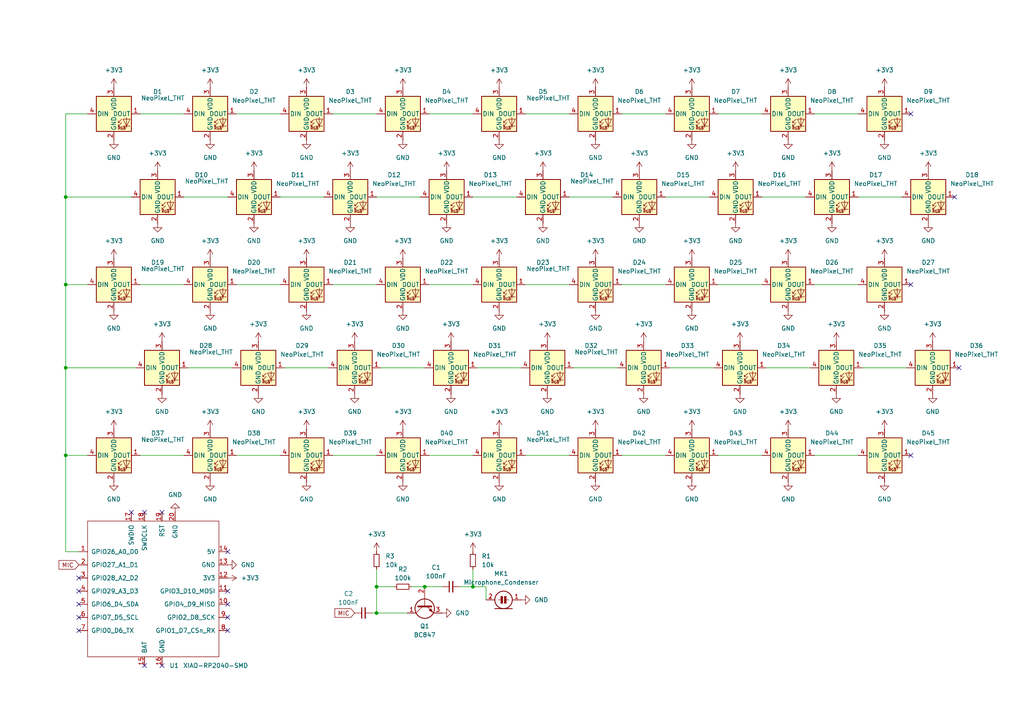
<source format=kicad_sch>
(kicad_sch (version 20250114) (generator "eeschema") (generator_version "9.0")
  (paper "A4")
  (lib_symbols
    (symbol "Device:C_Small" (pin_numbers (hide yes)) (pin_names (offset 0.254) (hide yes))
      (property "Reference" "C" (at 0.254 1.778 0))
      (property "Value" "C_Small" (at 0.254 -2.032 0))
      (symbol "C_Small_1_1"
        (pin passive line (at 0 2.54 270) (length 2.032) (name "~") (number "1"))
        (pin passive line (at 0 -2.54 90) (length 2.032) (name "~") (number "2"))
      )
    )
    (symbol "Device:Microphone_Condenser" (pin_names (offset 0.0254) (hide yes))
      (property "Reference" "MK" (at -3.302 1.27 0))
      (property "Value" "Microphone_Condenser" (at -3.302 -0.635 0))
      (symbol "Microphone_Condenser_1_1"
        (pin passive line (at 0 5.08 270) (length 2.54) (name "+") (number "2"))
        (pin passive line (at 0 -5.08 90) (length 2.54) (name "-") (number "1"))
      )
    )
    (symbol "Device:R_Small" (pin_numbers (hide yes)) (pin_names (offset 0.254) (hide yes))
      (property "Reference" "R" (at 0.762 0.508 0))
      (property "Value" "R_Small" (at 0.762 -1.016 0))
      (symbol "R_Small_1_1"
        (pin passive line (at 0 2.54 270) (length 0.762) (name "~") (number "1"))
        (pin passive line (at 0 -2.54 90) (length 0.762) (name "~") (number "2"))
      )
    )
    (symbol "LED:NeoPixel_THT" (pin_names (offset 0.254))
      (property "Reference" "D" (at 5.08 5.715 0))
      (property "Value" "NeoPixel_THT" (at 1.27 -5.715 0))
      (symbol "NeoPixel_THT_0_0"
        (text "RGB" (at 2.286 -4.191 0) (effects (font (size 0.762 0.762))))
      )
      (symbol "NeoPixel_THT_1_1"
        (pin input line (at -7.62 0 0) (length 2.54) (name "DIN") (number "4"))
        (pin power_in line (at 0 7.62 270) (length 2.54) (name "VDD") (number "3"))
        (pin power_in line (at 0 -7.62 90) (length 2.54) (name "GND") (number "2"))
        (pin output line (at 7.62 0 180) (length 2.54) (name "DOUT") (number "1"))
      )
    )
    (symbol "Transistor_BJT:BC547" (pin_names (offset 0) (hide yes))
      (property "Reference" "Q" (at 5.08 1.905 0))
      (property "Value" "BC547" (at 5.08 0 0))
      (symbol "BC547_1_1"
        (pin input line (at -5.08 0 0) (length 2.54) (name "B") (number "2"))
        (pin passive line (at 2.54 5.08 270) (length 2.54) (name "C") (number "1"))
        (pin passive line (at 2.54 -5.08 90) (length 2.54) (name "E") (number "3"))
      )
    )
    (symbol "XIAO:XIAO-RP2040-SMD" (pin_names (offset 1.016))
      (property "Reference" "U1" (at 4.6833 -21.59 0))
      (property "Value" "XIAO-RP2040-SMD" (at 4.6833 -24.13 0))
      (symbol "XIAO-RP2040-SMD_1_1"
        (pin passive line (at -21.59 11.43 0) (length 2.54) (name "GPIO26_A0_D0") (number "1"))
        (pin passive line (at -21.59 7.62 0) (length 2.54) (name "GPIO27_A1_D1") (number "2"))
        (pin passive line (at -21.59 3.81 0) (length 2.54) (name "GPIO28_A2_D2") (number "3"))
        (pin passive line (at -21.59 0 0) (length 2.54) (name "GPIO29_A3_D3") (number "4"))
        (pin passive line (at -21.59 -3.81 0) (length 2.54) (name "GPIO6_D4_SDA") (number "5"))
        (pin passive line (at -21.59 -7.62 0) (length 2.54) (name "GPIO7_D5_SCL") (number "6"))
        (pin passive line (at -21.59 -11.43 0) (length 2.54) (name "GPIO0_D6_TX") (number "7"))
        (pin passive line (at -6.35 22.86 270) (length 2.54) (name "SWDIO") (number "17"))
        (pin passive line (at -2.54 22.86 270) (length 2.54) (name "SWDCLK") (number "18"))
        (pin passive line (at -2.54 -21.59 90) (length 2.54) (name "BAT") (number "15"))
        (pin passive line (at 2.54 22.86 270) (length 2.54) (name "RST") (number "19"))
        (pin passive line (at 2.54 -21.59 90) (length 2.54) (name "GND") (number "16"))
        (pin passive line (at 6.35 22.86 270) (length 2.54) (name "GND") (number "20"))
        (pin power_out line (at 21.59 11.43 180) (length 2.54) (name "5V") (number "14"))
        (pin power_out line (at 21.59 7.62 180) (length 2.54) (name "GND") (number "13"))
        (pin power_out line (at 21.59 3.81 180) (length 2.54) (name "3V3") (number "12"))
        (pin passive line (at 21.59 0 180) (length 2.54) (name "GPIO3_D10_MOSI") (number "11"))
        (pin passive line (at 21.59 -3.81 180) (length 2.54) (name "GPIO4_D9_MISO") (number "10"))
        (pin passive line (at 21.59 -7.62 180) (length 2.54) (name "GPIO2_D8_SCK") (number "9"))
        (pin passive line (at 21.59 -11.43 180) (length 2.54) (name "GPIO1_D7_CSn_RX") (number "8"))
      )
    )
    (symbol "power:+3V3" (power) (pin_numbers (hide yes)) (pin_names (offset 0) (hide yes))
      (property "Value" "+3V3" (at 0 3.556 0))
      (symbol "+3V3_1_1"
        (pin power_in line (at 0 0 90) (length 0) (name "~") (number "1"))
      )
    )
    (symbol "power:GND" (power) (pin_numbers (hide yes)) (pin_names (offset 0) (hide yes))
      (property "Value" "GND" (at 0 -3.81 0))
      (symbol "GND_1_1"
        (pin power_in line (at 0 0 270) (length 0) (name "~") (number "1"))
      )
    )
  )
  (junction (at 19.05 106.68))
  (junction (at 123.19 170.18))
  (junction (at 137.16 170.18))
  (junction (at 109.22 170.18))
  (junction (at 109.22 177.8))
  (junction (at 19.05 132.08))
  (junction (at 19.05 57.15))
  (junction (at 19.05 82.55))
  (no_connect (at 66.04 179.07))
  (no_connect (at 22.86 175.26))
  (no_connect (at 22.86 171.45))
  (no_connect (at 22.86 182.88))
  (no_connect (at 66.04 171.45))
  (no_connect (at 278.13 106.68))
  (no_connect (at 66.04 160.02))
  (no_connect (at 264.16 132.08))
  (no_connect (at 38.1 148.59))
  (no_connect (at 66.04 182.88))
  (no_connect (at 264.16 82.55))
  (no_connect (at 66.04 175.26))
  (no_connect (at 264.16 33.02))
  (no_connect (at 22.86 167.64))
  (no_connect (at 41.91 148.59))
  (no_connect (at 46.99 148.59))
  (no_connect (at 276.86 57.15))
  (no_connect (at 41.91 193.04))
  (no_connect (at 46.99 193.04))
  (no_connect (at 22.86 179.07))
  (wire (pts (xy 110.49 106.68) (xy 123.19 106.68)))
  (wire (pts (xy 109.22 177.8) (xy 118.11 177.8)))
  (wire (pts (xy 19.05 132.08) (xy 19.05 160.02)))
  (wire (pts (xy 119.38 170.18) (xy 123.19 170.18)))
  (wire (pts (xy 109.22 165.1) (xy 109.22 170.18)))
  (wire (pts (xy 193.04 57.15) (xy 205.74 57.15)))
  (wire (pts (xy 107.95 177.8) (xy 109.22 177.8)))
  (wire (pts (xy 152.4 132.08) (xy 165.1 132.08)))
  (wire (pts (xy 81.28 57.15) (xy 93.98 57.15)))
  (wire (pts (xy 123.19 170.18) (xy 128.27 170.18)))
  (wire (pts (xy 109.22 170.18) (xy 109.22 177.8)))
  (wire (pts (xy 40.64 33.02) (xy 53.34 33.02)))
  (wire (pts (xy 220.98 57.15) (xy 233.68 57.15)))
  (wire (pts (xy 208.28 82.55) (xy 220.98 82.55)))
  (wire (pts (xy 208.28 33.02) (xy 220.98 33.02)))
  (wire (pts (xy 39.37 106.68) (xy 19.05 106.68)))
  (wire (pts (xy 222.25 106.68) (xy 234.95 106.68)))
  (wire (pts (xy 124.46 132.08) (xy 137.16 132.08)))
  (wire (pts (xy 138.43 106.68) (xy 151.13 106.68)))
  (wire (pts (xy 124.46 82.55) (xy 137.16 82.55)))
  (wire (pts (xy 133.35 170.18) (xy 137.16 170.18)))
  (wire (pts (xy 68.58 33.02) (xy 81.28 33.02)))
  (wire (pts (xy 152.4 82.55) (xy 165.1 82.55)))
  (wire (pts (xy 19.05 132.08) (xy 25.4 132.08)))
  (wire (pts (xy 68.58 132.08) (xy 81.28 132.08)))
  (wire (pts (xy 236.22 82.55) (xy 248.92 82.55)))
  (wire (pts (xy 19.05 33.02) (xy 19.05 57.15)))
  (wire (pts (xy 250.19 106.68) (xy 262.89 106.68)))
  (wire (pts (xy 68.58 82.55) (xy 81.28 82.55)))
  (wire (pts (xy 96.52 82.55) (xy 109.22 82.55)))
  (wire (pts (xy 208.28 132.08) (xy 220.98 132.08)))
  (wire (pts (xy 194.31 106.68) (xy 207.01 106.68)))
  (wire (pts (xy 82.55 106.68) (xy 95.25 106.68)))
  (wire (pts (xy 19.05 33.02) (xy 25.4 33.02)))
  (wire (pts (xy 40.64 82.55) (xy 53.34 82.55)))
  (wire (pts (xy 109.22 57.15) (xy 121.92 57.15)))
  (wire (pts (xy 137.16 170.18) (xy 140.97 170.18)))
  (wire (pts (xy 19.05 106.68) (xy 19.05 132.08)))
  (wire (pts (xy 236.22 132.08) (xy 248.92 132.08)))
  (wire (pts (xy 180.34 33.02) (xy 193.04 33.02)))
  (wire (pts (xy 19.05 82.55) (xy 19.05 106.68)))
  (wire (pts (xy 180.34 132.08) (xy 193.04 132.08)))
  (wire (pts (xy 109.22 170.18) (xy 114.3 170.18)))
  (wire (pts (xy 96.52 33.02) (xy 109.22 33.02)))
  (wire (pts (xy 124.46 33.02) (xy 137.16 33.02)))
  (wire (pts (xy 140.97 173.99) (xy 140.97 170.18)))
  (wire (pts (xy 152.4 33.02) (xy 165.1 33.02)))
  (wire (pts (xy 96.52 132.08) (xy 109.22 132.08)))
  (wire (pts (xy 54.61 106.68) (xy 67.31 106.68)))
  (wire (pts (xy 180.34 82.55) (xy 193.04 82.55)))
  (wire (pts (xy 137.16 165.1) (xy 137.16 170.18)))
  (wire (pts (xy 53.34 57.15) (xy 66.04 57.15)))
  (wire (pts (xy 236.22 33.02) (xy 248.92 33.02)))
  (wire (pts (xy 19.05 160.02) (xy 22.86 160.02)))
  (wire (pts (xy 19.05 57.15) (xy 19.05 82.55)))
  (wire (pts (xy 248.92 57.15) (xy 261.62 57.15)))
  (wire (pts (xy 40.64 132.08) (xy 53.34 132.08)))
  (wire (pts (xy 19.05 82.55) (xy 25.4 82.55)))
  (wire (pts (xy 165.1 57.15) (xy 177.8 57.15)))
  (wire (pts (xy 19.05 57.15) (xy 38.1 57.15)))
  (wire (pts (xy 137.16 57.15) (xy 149.86 57.15)))
  (wire (pts (xy 166.37 106.68) (xy 179.07 106.68)))
  (global_label "MIC" (shape input) (at 102.87 177.8 180) (property "Intersheetrefs" "${INTERSHEET_REFS}" (effects (hide yes))))
  (global_label "MIC" (shape input) (at 22.86 163.83 180) (property "Intersheetrefs" "${INTERSHEET_REFS}" (effects (hide yes))))
  (symbol (lib_id "power:+3V3") (at 33.02 74.93 0) (unit 1)
    (property "Reference" "#PWR060" (effects (hide yes)))
    (property "Value" "+3V3" (at 33.02 69.85 0))
    (property "Description" "Power symbol creates a global label with name \"+3V3\"" (effects (hide yes)))
  )
  (symbol (lib_id "LED:NeoPixel_THT") (at 88.9 33.02 0) (unit 1)
    (property "Reference" "D3" (at 101.6 26.5998 0))
    (property "Value" "NeoPixel_THT" (at 101.6 29.1398 0))
    (property "Footprint" "LED_SMD:LED_WS2812B_PLCC4_5.0x5.0mm_P3.2mm" (effects (hide yes)))
    (property "Datasheet" "https://www.adafruit.com/product/1938" (effects (hide yes)))
    (property "Description" "RGB LED with integrated controller, 5mm/8mm LED package" (effects (hide yes)))
  )
  (symbol (lib_id "LED:NeoPixel_THT") (at 200.66 132.08 0) (unit 1)
    (property "Reference" "D43" (at 213.36 125.6598 0))
    (property "Value" "NeoPixel_THT" (at 213.36 128.1998 0))
    (property "Footprint" "LED_SMD:LED_WS2812B_PLCC4_5.0x5.0mm_P3.2mm" (effects (hide yes)))
    (property "Datasheet" "https://www.adafruit.com/product/1938" (effects (hide yes)))
    (property "Description" "RGB LED with integrated controller, 5mm/8mm LED package" (effects (hide yes)))
  )
  (symbol (lib_id "power:GND") (at 144.78 139.7 0) (unit 1)
    (property "Reference" "#PWR099" (effects (hide yes)))
    (property "Value" "GND" (at 144.78 144.78 0))
    (property "Description" "Power symbol creates a global label with name \"GND\" , ground" (effects (hide yes)))
  )
  (symbol (lib_id "LED:NeoPixel_THT") (at 185.42 57.15 0) (unit 1)
    (property "Reference" "D15" (at 198.12 50.7298 0))
    (property "Value" "NeoPixel_THT" (at 198.12 53.2698 0))
    (property "Footprint" "LED_SMD:LED_WS2812B_PLCC4_5.0x5.0mm_P3.2mm" (effects (hide yes)))
    (property "Datasheet" "https://www.adafruit.com/product/1938" (effects (hide yes)))
    (property "Description" "RGB LED with integrated controller, 5mm/8mm LED package" (effects (hide yes)))
  )
  (symbol (lib_id "Device:R_Small") (at 137.16 162.56 0) (unit 1)
    (property "Reference" "R1" (at 139.7 161.2899 0) (effects (justify left)))
    (property "Value" "10k" (at 139.7 163.8299 0) (effects (justify left)))
    (property "Footprint" "Resistor_SMD:R_0603_1608Metric" (effects (hide yes)))
    (property "Description" "Resistor, small symbol" (effects (hide yes)))
  )
  (symbol (lib_id "power:GND") (at 242.57 114.3 0) (unit 1)
    (property "Reference" "#PWR075" (effects (hide yes)))
    (property "Value" "GND" (at 242.57 119.38 0))
    (property "Description" "Power symbol creates a global label with name \"GND\" , ground" (effects (hide yes)))
  )
  (symbol (lib_id "power:+3V3") (at 116.84 25.4 0) (unit 1)
    (property "Reference" "#PWR030" (effects (hide yes)))
    (property "Value" "+3V3" (at 116.84 20.32 0))
    (property "Description" "Power symbol creates a global label with name \"+3V3\"" (effects (hide yes)))
  )
  (symbol (lib_id "power:+3V3") (at 186.69 99.06 0) (unit 1)
    (property "Reference" "#PWR086" (effects (hide yes)))
    (property "Value" "+3V3" (at 186.69 93.98 0))
    (property "Description" "Power symbol creates a global label with name \"+3V3\"" (effects (hide yes)))
  )
  (symbol (lib_id "LED:NeoPixel_THT") (at 60.96 33.02 0) (unit 1)
    (property "Reference" "D2" (at 73.66 26.5998 0))
    (property "Value" "NeoPixel_THT" (at 73.66 29.1398 0))
    (property "Footprint" "LED_SMD:LED_WS2812B_PLCC4_5.0x5.0mm_P3.2mm" (effects (hide yes)))
    (property "Datasheet" "https://www.adafruit.com/product/1938" (effects (hide yes)))
    (property "Description" "RGB LED with integrated controller, 5mm/8mm LED package" (effects (hide yes)))
  )
  (symbol (lib_id "power:+3V3") (at 172.72 25.4 0) (unit 1)
    (property "Reference" "#PWR034" (effects (hide yes)))
    (property "Value" "+3V3" (at 172.72 20.32 0))
    (property "Description" "Power symbol creates a global label with name \"+3V3\"" (effects (hide yes)))
  )
  (symbol (lib_id "power:GND") (at 213.36 64.77 0) (unit 1)
    (property "Reference" "#PWR037" (effects (hide yes)))
    (property "Value" "GND" (at 213.36 69.85 0))
    (property "Description" "Power symbol creates a global label with name \"GND\" , ground" (effects (hide yes)))
  )
  (symbol (lib_id "power:+3V3") (at 172.72 124.46 0) (unit 1)
    (property "Reference" "#PWR0100" (effects (hide yes)))
    (property "Value" "+3V3" (at 172.72 119.38 0))
    (property "Description" "Power symbol creates a global label with name \"+3V3\"" (effects (hide yes)))
  )
  (symbol (lib_id "LED:NeoPixel_THT") (at 88.9 132.08 0) (unit 1)
    (property "Reference" "D39" (at 101.6 125.6598 0))
    (property "Value" "NeoPixel_THT" (at 101.6 128.1998 0))
    (property "Footprint" "LED_SMD:LED_WS2812B_PLCC4_5.0x5.0mm_P3.2mm" (effects (hide yes)))
    (property "Datasheet" "https://www.adafruit.com/product/1938" (effects (hide yes)))
    (property "Description" "RGB LED with integrated controller, 5mm/8mm LED package" (effects (hide yes)))
  )
  (symbol (lib_id "power:+3V3") (at 60.96 25.4 0) (unit 1)
    (property "Reference" "#PWR026" (effects (hide yes)))
    (property "Value" "+3V3" (at 60.96 20.32 0))
    (property "Description" "Power symbol creates a global label with name \"+3V3\"" (effects (hide yes)))
  )
  (symbol (lib_id "power:GND") (at 200.66 139.7 0) (unit 1)
    (property "Reference" "#PWR0103" (effects (hide yes)))
    (property "Value" "GND" (at 200.66 144.78 0))
    (property "Description" "Power symbol creates a global label with name \"GND\" , ground" (effects (hide yes)))
  )
  (symbol (lib_id "power:GND") (at 172.72 40.64 0) (unit 1)
    (property "Reference" "#PWR017" (effects (hide yes)))
    (property "Value" "GND" (at 172.72 45.72 0))
    (property "Description" "Power symbol creates a global label with name \"GND\" , ground" (effects (hide yes)))
  )
  (symbol (lib_id "power:GND") (at 269.24 64.77 0) (unit 1)
    (property "Reference" "#PWR041" (effects (hide yes)))
    (property "Value" "GND" (at 269.24 69.85 0))
    (property "Description" "Power symbol creates a global label with name \"GND\" , ground" (effects (hide yes)))
  )
  (symbol (lib_id "Device:C_Small") (at 130.81 170.18 90) (unit 1)
    (property "Reference" "C1" (at 126.492 164.592 90))
    (property "Value" "100nF" (at 126.492 167.132 90))
    (property "Footprint" "Capacitor_SMD:C_0603_1608Metric" (effects (hide yes)))
    (property "Description" "Unpolarized capacitor, small symbol" (effects (hide yes)))
  )
  (symbol (lib_id "power:GND") (at 130.81 114.3 0) (unit 1)
    (property "Reference" "#PWR067" (effects (hide yes)))
    (property "Value" "GND" (at 130.81 119.38 0))
    (property "Description" "Power symbol creates a global label with name \"GND\" , ground" (effects (hide yes)))
  )
  (symbol (lib_id "power:+3V3") (at 241.3 49.53 0) (unit 1)
    (property "Reference" "#PWR056" (effects (hide yes)))
    (property "Value" "+3V3" (at 241.3 44.45 0))
    (property "Description" "Power symbol creates a global label with name \"+3V3\"" (effects (hide yes)))
  )
  (symbol (lib_id "LED:NeoPixel_THT") (at 172.72 82.55 0) (unit 1)
    (property "Reference" "D24" (at 185.42 76.1298 0))
    (property "Value" "NeoPixel_THT" (at 185.42 78.6698 0))
    (property "Footprint" "LED_SMD:LED_WS2812B_PLCC4_5.0x5.0mm_P3.2mm" (effects (hide yes)))
    (property "Datasheet" "https://www.adafruit.com/product/1938" (effects (hide yes)))
    (property "Description" "RGB LED with integrated controller, 5mm/8mm LED package" (effects (hide yes)))
  )
  (symbol (lib_id "power:+3V3") (at 158.75 99.06 0) (unit 1)
    (property "Reference" "#PWR085" (effects (hide yes)))
    (property "Value" "+3V3" (at 158.75 93.98 0))
    (property "Description" "Power symbol creates a global label with name \"+3V3\"" (effects (hide yes)))
  )
  (symbol (lib_id "power:GND") (at 33.02 40.64 0) (unit 1)
    (property "Reference" "#PWR012" (effects (hide yes)))
    (property "Value" "GND" (at 33.02 45.72 0))
    (property "Description" "Power symbol creates a global label with name \"GND\" , ground" (effects (hide yes)))
  )
  (symbol (lib_id "XIAO:XIAO-RP2040-SMD") (at 44.45 171.45 0) (unit 1)
    (property "Reference" "U1" (at 49.1333 193.04 0) (effects (justify left)))
    (property "Value" "XIAO-RP2040-SMD" (at 53.086 193.04 0) (effects (justify left)))
    (property "Footprint" "XIAO_PCB:XIAO-RP2040-SMD" (effects (hide yes)))
  )
  (symbol (lib_id "LED:NeoPixel_THT") (at 129.54 57.15 0) (unit 1)
    (property "Reference" "D13" (at 142.24 50.7298 0))
    (property "Value" "NeoPixel_THT" (at 142.24 53.2698 0))
    (property "Footprint" "LED_SMD:LED_WS2812B_PLCC4_5.0x5.0mm_P3.2mm" (effects (hide yes)))
    (property "Datasheet" "https://www.adafruit.com/product/1938" (effects (hide yes)))
    (property "Description" "RGB LED with integrated controller, 5mm/8mm LED package" (effects (hide yes)))
  )
  (symbol (lib_id "LED:NeoPixel_THT") (at 33.02 132.08 0) (unit 1)
    (property "Reference" "D37" (at 45.72 125.6598 0))
    (property "Value" "NeoPixel_THT" (at 47.244 127.508 0))
    (property "Footprint" "LED_SMD:LED_WS2812B_PLCC4_5.0x5.0mm_P3.2mm" (effects (hide yes)))
    (property "Datasheet" "https://www.adafruit.com/product/1938" (effects (hide yes)))
    (property "Description" "RGB LED with integrated controller, 5mm/8mm LED package" (effects (hide yes)))
  )
  (symbol (lib_id "power:+3V3") (at 256.54 74.93 0) (unit 1)
    (property "Reference" "#PWR076" (effects (hide yes)))
    (property "Value" "+3V3" (at 256.54 69.85 0))
    (property "Description" "Power symbol creates a global label with name \"+3V3\"" (effects (hide yes)))
  )
  (symbol (lib_id "power:+3V3") (at 214.63 99.06 0) (unit 1)
    (property "Reference" "#PWR087" (effects (hide yes)))
    (property "Value" "+3V3" (at 214.63 93.98 0))
    (property "Description" "Power symbol creates a global label with name \"+3V3\"" (effects (hide yes)))
  )
  (symbol (lib_id "power:GND") (at 228.6 90.17 0) (unit 1)
    (property "Reference" "#PWR057" (effects (hide yes)))
    (property "Value" "GND" (at 228.6 95.25 0))
    (property "Description" "Power symbol creates a global label with name \"GND\" , ground" (effects (hide yes)))
  )
  (symbol (lib_id "power:GND") (at 144.78 90.17 0) (unit 1)
    (property "Reference" "#PWR051" (effects (hide yes)))
    (property "Value" "GND" (at 144.78 95.25 0))
    (property "Description" "Power symbol creates a global label with name \"GND\" , ground" (effects (hide yes)))
  )
  (symbol (lib_id "power:GND") (at 128.27 177.8 90) (unit 1)
    (property "Reference" "#PWR079" (effects (hide yes)))
    (property "Value" "GND" (at 132.08 177.7999 90) (effects (justify right)))
    (property "Description" "Power symbol creates a global label with name \"GND\" , ground" (effects (hide yes)))
  )
  (symbol (lib_id "LED:NeoPixel_THT") (at 242.57 106.68 0) (unit 1)
    (property "Reference" "D35" (at 255.27 100.2598 0))
    (property "Value" "NeoPixel_THT" (at 255.27 102.7998 0))
    (property "Footprint" "LED_SMD:LED_WS2812B_PLCC4_5.0x5.0mm_P3.2mm" (effects (hide yes)))
    (property "Datasheet" "https://www.adafruit.com/product/1938" (effects (hide yes)))
    (property "Description" "RGB LED with integrated controller, 5mm/8mm LED package" (effects (hide yes)))
  )
  (symbol (lib_id "power:+3V3") (at 200.66 124.46 0) (unit 1)
    (property "Reference" "#PWR0102" (effects (hide yes)))
    (property "Value" "+3V3" (at 200.66 119.38 0))
    (property "Description" "Power symbol creates a global label with name \"+3V3\"" (effects (hide yes)))
  )
  (symbol (lib_id "power:+3V3") (at 33.02 25.4 0) (unit 1)
    (property "Reference" "#PWR023" (effects (hide yes)))
    (property "Value" "+3V3" (at 33.02 20.32 0))
    (property "Description" "Power symbol creates a global label with name \"+3V3\"" (effects (hide yes)))
  )
  (symbol (lib_id "power:+3V3") (at 88.9 124.46 0) (unit 1)
    (property "Reference" "#PWR094" (effects (hide yes)))
    (property "Value" "+3V3" (at 88.9 119.38 0))
    (property "Description" "Power symbol creates a global label with name \"+3V3\"" (effects (hide yes)))
  )
  (symbol (lib_id "power:+3V3") (at 88.9 25.4 0) (unit 1)
    (property "Reference" "#PWR028" (effects (hide yes)))
    (property "Value" "+3V3" (at 88.9 20.32 0))
    (property "Description" "Power symbol creates a global label with name \"+3V3\"" (effects (hide yes)))
  )
  (symbol (lib_id "power:GND") (at 185.42 64.77 0) (unit 1)
    (property "Reference" "#PWR035" (effects (hide yes)))
    (property "Value" "GND" (at 185.42 69.85 0))
    (property "Description" "Power symbol creates a global label with name \"GND\" , ground" (effects (hide yes)))
  )
  (symbol (lib_id "power:+3V3") (at 228.6 124.46 0) (unit 1)
    (property "Reference" "#PWR0104" (effects (hide yes)))
    (property "Value" "+3V3" (at 228.6 119.38 0))
    (property "Description" "Power symbol creates a global label with name \"+3V3\"" (effects (hide yes)))
  )
  (symbol (lib_id "power:GND") (at 73.66 64.77 0) (unit 1)
    (property "Reference" "#PWR027" (effects (hide yes)))
    (property "Value" "GND" (at 73.66 69.85 0))
    (property "Description" "Power symbol creates a global label with name \"GND\" , ground" (effects (hide yes)))
  )
  (symbol (lib_id "power:GND") (at 158.75 114.3 0) (unit 1)
    (property "Reference" "#PWR069" (effects (hide yes)))
    (property "Value" "GND" (at 158.75 119.38 0))
    (property "Description" "Power symbol creates a global label with name \"GND\" , ground" (effects (hide yes)))
  )
  (symbol (lib_id "LED:NeoPixel_THT") (at 33.02 33.02 0) (unit 1)
    (property "Reference" "D1" (at 45.72 26.5998 0))
    (property "Value" "NeoPixel_THT" (at 47.244 28.448 0))
    (property "Footprint" "LED_SMD:LED_WS2812B_PLCC4_5.0x5.0mm_P3.2mm" (effects (hide yes)))
    (property "Datasheet" "https://www.adafruit.com/product/1938" (effects (hide yes)))
    (property "Description" "RGB LED with integrated controller, 5mm/8mm LED package" (effects (hide yes)))
  )
  (symbol (lib_id "power:+3V3") (at 256.54 124.46 0) (unit 1)
    (property "Reference" "#PWR0106" (effects (hide yes)))
    (property "Value" "+3V3" (at 256.54 119.38 0))
    (property "Description" "Power symbol creates a global label with name \"+3V3\"" (effects (hide yes)))
  )
  (symbol (lib_id "power:+3V3") (at 228.6 25.4 0) (unit 1)
    (property "Reference" "#PWR038" (effects (hide yes)))
    (property "Value" "+3V3" (at 228.6 20.32 0))
    (property "Description" "Power symbol creates a global label with name \"+3V3\"" (effects (hide yes)))
  )
  (symbol (lib_id "LED:NeoPixel_THT") (at 60.96 82.55 0) (unit 1)
    (property "Reference" "D20" (at 73.66 76.1298 0))
    (property "Value" "NeoPixel_THT" (at 73.66 78.6698 0))
    (property "Footprint" "LED_SMD:LED_WS2812B_PLCC4_5.0x5.0mm_P3.2mm" (effects (hide yes)))
    (property "Datasheet" "https://www.adafruit.com/product/1938" (effects (hide yes)))
    (property "Description" "RGB LED with integrated controller, 5mm/8mm LED package" (effects (hide yes)))
  )
  (symbol (lib_id "LED:NeoPixel_THT") (at 158.75 106.68 0) (unit 1)
    (property "Reference" "D32" (at 171.45 100.2598 0))
    (property "Value" "NeoPixel_THT" (at 172.974 102.108 0))
    (property "Footprint" "LED_SMD:LED_WS2812B_PLCC4_5.0x5.0mm_P3.2mm" (effects (hide yes)))
    (property "Datasheet" "https://www.adafruit.com/product/1938" (effects (hide yes)))
    (property "Description" "RGB LED with integrated controller, 5mm/8mm LED package" (effects (hide yes)))
  )
  (symbol (lib_id "power:+3V3") (at 144.78 25.4 0) (unit 1)
    (property "Reference" "#PWR032" (effects (hide yes)))
    (property "Value" "+3V3" (at 144.78 20.32 0))
    (property "Description" "Power symbol creates a global label with name \"+3V3\"" (effects (hide yes)))
  )
  (symbol (lib_id "power:GND") (at 151.13 173.99 90) (unit 1)
    (property "Reference" "#PWR078" (effects (hide yes)))
    (property "Value" "GND" (at 154.94 173.9899 90) (effects (justify right)))
    (property "Description" "Power symbol creates a global label with name \"GND\" , ground" (effects (hide yes)))
  )
  (symbol (lib_id "LED:NeoPixel_THT") (at 256.54 82.55 0) (unit 1)
    (property "Reference" "D27" (at 269.24 76.1298 0))
    (property "Value" "NeoPixel_THT" (at 269.24 78.6698 0))
    (property "Footprint" "LED_SMD:LED_WS2812B_PLCC4_5.0x5.0mm_P3.2mm" (effects (hide yes)))
    (property "Datasheet" "https://www.adafruit.com/product/1938" (effects (hide yes)))
    (property "Description" "RGB LED with integrated controller, 5mm/8mm LED package" (effects (hide yes)))
  )
  (symbol (lib_id "power:+3V3") (at 116.84 124.46 0) (unit 1)
    (property "Reference" "#PWR096" (effects (hide yes)))
    (property "Value" "+3V3" (at 116.84 119.38 0))
    (property "Description" "Power symbol creates a global label with name \"+3V3\"" (effects (hide yes)))
  )
  (symbol (lib_id "power:GND") (at 102.87 114.3 0) (unit 1)
    (property "Reference" "#PWR065" (effects (hide yes)))
    (property "Value" "GND" (at 102.87 119.38 0))
    (property "Description" "Power symbol creates a global label with name \"GND\" , ground" (effects (hide yes)))
  )
  (symbol (lib_id "Device:C_Small") (at 105.41 177.8 90) (unit 1)
    (property "Reference" "C2" (at 101.092 172.212 90))
    (property "Value" "100nF" (at 101.092 174.752 90))
    (property "Footprint" "Capacitor_SMD:C_0603_1608Metric" (effects (hide yes)))
    (property "Description" "Unpolarized capacitor, small symbol" (effects (hide yes)))
  )
  (symbol (lib_id "power:GND") (at 60.96 90.17 0) (unit 1)
    (property "Reference" "#PWR045" (effects (hide yes)))
    (property "Value" "GND" (at 60.96 95.25 0))
    (property "Description" "Power symbol creates a global label with name \"GND\" , ground" (effects (hide yes)))
  )
  (symbol (lib_id "power:GND") (at 256.54 139.7 0) (unit 1)
    (property "Reference" "#PWR0107" (effects (hide yes)))
    (property "Value" "GND" (at 256.54 144.78 0))
    (property "Description" "Power symbol creates a global label with name \"GND\" , ground" (effects (hide yes)))
  )
  (symbol (lib_id "LED:NeoPixel_THT") (at 228.6 82.55 0) (unit 1)
    (property "Reference" "D26" (at 241.3 76.1298 0))
    (property "Value" "NeoPixel_THT" (at 241.3 78.6698 0))
    (property "Footprint" "LED_SMD:LED_WS2812B_PLCC4_5.0x5.0mm_P3.2mm" (effects (hide yes)))
    (property "Datasheet" "https://www.adafruit.com/product/1938" (effects (hide yes)))
    (property "Description" "RGB LED with integrated controller, 5mm/8mm LED package" (effects (hide yes)))
  )
  (symbol (lib_id "LED:NeoPixel_THT") (at 228.6 33.02 0) (unit 1)
    (property "Reference" "D8" (at 241.3 26.5998 0))
    (property "Value" "NeoPixel_THT" (at 241.3 29.1398 0))
    (property "Footprint" "LED_SMD:LED_WS2812B_PLCC4_5.0x5.0mm_P3.2mm" (effects (hide yes)))
    (property "Datasheet" "https://www.adafruit.com/product/1938" (effects (hide yes)))
    (property "Description" "RGB LED with integrated controller, 5mm/8mm LED package" (effects (hide yes)))
  )
  (symbol (lib_id "LED:NeoPixel_THT") (at 213.36 57.15 0) (unit 1)
    (property "Reference" "D16" (at 226.06 50.7298 0))
    (property "Value" "NeoPixel_THT" (at 226.06 53.2698 0))
    (property "Footprint" "LED_SMD:LED_WS2812B_PLCC4_5.0x5.0mm_P3.2mm" (effects (hide yes)))
    (property "Datasheet" "https://www.adafruit.com/product/1938" (effects (hide yes)))
    (property "Description" "RGB LED with integrated controller, 5mm/8mm LED package" (effects (hide yes)))
  )
  (symbol (lib_id "LED:NeoPixel_THT") (at 186.69 106.68 0) (unit 1)
    (property "Reference" "D33" (at 199.39 100.2598 0))
    (property "Value" "NeoPixel_THT" (at 199.39 102.7998 0))
    (property "Footprint" "LED_SMD:LED_WS2812B_PLCC4_5.0x5.0mm_P3.2mm" (effects (hide yes)))
    (property "Datasheet" "https://www.adafruit.com/product/1938" (effects (hide yes)))
    (property "Description" "RGB LED with integrated controller, 5mm/8mm LED package" (effects (hide yes)))
  )
  (symbol (lib_id "power:+3V3") (at 116.84 74.93 0) (unit 1)
    (property "Reference" "#PWR066" (effects (hide yes)))
    (property "Value" "+3V3" (at 116.84 69.85 0))
    (property "Description" "Power symbol creates a global label with name \"+3V3\"" (effects (hide yes)))
  )
  (symbol (lib_id "power:+3V3") (at 60.96 124.46 0) (unit 1)
    (property "Reference" "#PWR092" (effects (hide yes)))
    (property "Value" "+3V3" (at 60.96 119.38 0))
    (property "Description" "Power symbol creates a global label with name \"+3V3\"" (effects (hide yes)))
  )
  (symbol (lib_id "LED:NeoPixel_THT") (at 88.9 82.55 0) (unit 1)
    (property "Reference" "D21" (at 101.6 76.1298 0))
    (property "Value" "NeoPixel_THT" (at 101.6 78.6698 0))
    (property "Footprint" "LED_SMD:LED_WS2812B_PLCC4_5.0x5.0mm_P3.2mm" (effects (hide yes)))
    (property "Datasheet" "https://www.adafruit.com/product/1938" (effects (hide yes)))
    (property "Description" "RGB LED with integrated controller, 5mm/8mm LED package" (effects (hide yes)))
  )
  (symbol (lib_id "power:+3V3") (at 185.42 49.53 0) (unit 1)
    (property "Reference" "#PWR052" (effects (hide yes)))
    (property "Value" "+3V3" (at 185.42 44.45 0))
    (property "Description" "Power symbol creates a global label with name \"+3V3\"" (effects (hide yes)))
  )
  (symbol (lib_id "LED:NeoPixel_THT") (at 241.3 57.15 0) (unit 1)
    (property "Reference" "D17" (at 254 50.7298 0))
    (property "Value" "NeoPixel_THT" (at 254 53.2698 0))
    (property "Footprint" "LED_SMD:LED_WS2812B_PLCC4_5.0x5.0mm_P3.2mm" (effects (hide yes)))
    (property "Datasheet" "https://www.adafruit.com/product/1938" (effects (hide yes)))
    (property "Description" "RGB LED with integrated controller, 5mm/8mm LED package" (effects (hide yes)))
  )
  (symbol (lib_id "LED:NeoPixel_THT") (at 116.84 132.08 0) (unit 1)
    (property "Reference" "D40" (at 129.54 125.6598 0))
    (property "Value" "NeoPixel_THT" (at 129.54 128.1998 0))
    (property "Footprint" "LED_SMD:LED_WS2812B_PLCC4_5.0x5.0mm_P3.2mm" (effects (hide yes)))
    (property "Datasheet" "https://www.adafruit.com/product/1938" (effects (hide yes)))
    (property "Description" "RGB LED with integrated controller, 5mm/8mm LED package" (effects (hide yes)))
  )
  (symbol (lib_id "power:GND") (at 172.72 139.7 0) (unit 1)
    (property "Reference" "#PWR0101" (effects (hide yes)))
    (property "Value" "GND" (at 172.72 144.78 0))
    (property "Description" "Power symbol creates a global label with name \"GND\" , ground" (effects (hide yes)))
  )
  (symbol (lib_id "LED:NeoPixel_THT") (at 172.72 33.02 0) (unit 1)
    (property "Reference" "D6" (at 185.42 26.5998 0))
    (property "Value" "NeoPixel_THT" (at 185.42 29.1398 0))
    (property "Footprint" "LED_SMD:LED_WS2812B_PLCC4_5.0x5.0mm_P3.2mm" (effects (hide yes)))
    (property "Datasheet" "https://www.adafruit.com/product/1938" (effects (hide yes)))
    (property "Description" "RGB LED with integrated controller, 5mm/8mm LED package" (effects (hide yes)))
  )
  (symbol (lib_id "power:+3V3") (at 74.93 99.06 0) (unit 1)
    (property "Reference" "#PWR082" (effects (hide yes)))
    (property "Value" "+3V3" (at 74.93 93.98 0))
    (property "Description" "Power symbol creates a global label with name \"+3V3\"" (effects (hide yes)))
  )
  (symbol (lib_id "power:+3V3") (at 144.78 124.46 0) (unit 1)
    (property "Reference" "#PWR098" (effects (hide yes)))
    (property "Value" "+3V3" (at 144.78 119.38 0))
    (property "Description" "Power symbol creates a global label with name \"+3V3\"" (effects (hide yes)))
  )
  (symbol (lib_id "power:+3V3") (at 200.66 25.4 0) (unit 1)
    (property "Reference" "#PWR036" (effects (hide yes)))
    (property "Value" "+3V3" (at 200.66 20.32 0))
    (property "Description" "Power symbol creates a global label with name \"+3V3\"" (effects (hide yes)))
  )
  (symbol (lib_id "LED:NeoPixel_THT") (at 200.66 33.02 0) (unit 1)
    (property "Reference" "D7" (at 213.36 26.5998 0))
    (property "Value" "NeoPixel_THT" (at 213.36 29.1398 0))
    (property "Footprint" "LED_SMD:LED_WS2812B_PLCC4_5.0x5.0mm_P3.2mm" (effects (hide yes)))
    (property "Datasheet" "https://www.adafruit.com/product/1938" (effects (hide yes)))
    (property "Description" "RGB LED with integrated controller, 5mm/8mm LED package" (effects (hide yes)))
  )
  (symbol (lib_id "power:GND") (at 60.96 40.64 0) (unit 1)
    (property "Reference" "#PWR013" (effects (hide yes)))
    (property "Value" "GND" (at 60.96 45.72 0))
    (property "Description" "Power symbol creates a global label with name \"GND\" , ground" (effects (hide yes)))
  )
  (symbol (lib_id "LED:NeoPixel_THT") (at 74.93 106.68 0) (unit 1)
    (property "Reference" "D29" (at 87.63 100.2598 0))
    (property "Value" "NeoPixel_THT" (at 87.63 102.7998 0))
    (property "Footprint" "LED_SMD:LED_WS2812B_PLCC4_5.0x5.0mm_P3.2mm" (effects (hide yes)))
    (property "Datasheet" "https://www.adafruit.com/product/1938" (effects (hide yes)))
    (property "Description" "RGB LED with integrated controller, 5mm/8mm LED package" (effects (hide yes)))
  )
  (symbol (lib_id "power:+3V3") (at 200.66 74.93 0) (unit 1)
    (property "Reference" "#PWR072" (effects (hide yes)))
    (property "Value" "+3V3" (at 200.66 69.85 0))
    (property "Description" "Power symbol creates a global label with name \"+3V3\"" (effects (hide yes)))
  )
  (symbol (lib_id "power:GND") (at 172.72 90.17 0) (unit 1)
    (property "Reference" "#PWR053" (effects (hide yes)))
    (property "Value" "GND" (at 172.72 95.25 0))
    (property "Description" "Power symbol creates a global label with name \"GND\" , ground" (effects (hide yes)))
  )
  (symbol (lib_id "power:GND") (at 33.02 139.7 0) (unit 1)
    (property "Reference" "#PWR091" (effects (hide yes)))
    (property "Value" "GND" (at 33.02 144.78 0))
    (property "Description" "Power symbol creates a global label with name \"GND\" , ground" (effects (hide yes)))
  )
  (symbol (lib_id "power:GND") (at 101.6 64.77 0) (unit 1)
    (property "Reference" "#PWR029" (effects (hide yes)))
    (property "Value" "GND" (at 101.6 69.85 0))
    (property "Description" "Power symbol creates a global label with name \"GND\" , ground" (effects (hide yes)))
  )
  (symbol (lib_id "power:GND") (at 186.69 114.3 0) (unit 1)
    (property "Reference" "#PWR071" (effects (hide yes)))
    (property "Value" "GND" (at 186.69 119.38 0))
    (property "Description" "Power symbol creates a global label with name \"GND\" , ground" (effects (hide yes)))
  )
  (symbol (lib_id "LED:NeoPixel_THT") (at 130.81 106.68 0) (unit 1)
    (property "Reference" "D31" (at 143.51 100.2598 0))
    (property "Value" "NeoPixel_THT" (at 143.51 102.7998 0))
    (property "Footprint" "LED_SMD:LED_WS2812B_PLCC4_5.0x5.0mm_P3.2mm" (effects (hide yes)))
    (property "Datasheet" "https://www.adafruit.com/product/1938" (effects (hide yes)))
    (property "Description" "RGB LED with integrated controller, 5mm/8mm LED package" (effects (hide yes)))
  )
  (symbol (lib_id "LED:NeoPixel_THT") (at 102.87 106.68 0) (unit 1)
    (property "Reference" "D30" (at 115.57 100.2598 0))
    (property "Value" "NeoPixel_THT" (at 115.57 102.7998 0))
    (property "Footprint" "LED_SMD:LED_WS2812B_PLCC4_5.0x5.0mm_P3.2mm" (effects (hide yes)))
    (property "Datasheet" "https://www.adafruit.com/product/1938" (effects (hide yes)))
    (property "Description" "RGB LED with integrated controller, 5mm/8mm LED package" (effects (hide yes)))
  )
  (symbol (lib_id "LED:NeoPixel_THT") (at 256.54 132.08 0) (unit 1)
    (property "Reference" "D45" (at 269.24 125.6598 0))
    (property "Value" "NeoPixel_THT" (at 269.24 128.1998 0))
    (property "Footprint" "LED_SMD:LED_WS2812B_PLCC4_5.0x5.0mm_P3.2mm" (effects (hide yes)))
    (property "Datasheet" "https://www.adafruit.com/product/1938" (effects (hide yes)))
    (property "Description" "RGB LED with integrated controller, 5mm/8mm LED package" (effects (hide yes)))
  )
  (symbol (lib_id "LED:NeoPixel_THT") (at 33.02 82.55 0) (unit 1)
    (property "Reference" "D19" (at 45.72 76.1298 0))
    (property "Value" "NeoPixel_THT" (at 47.244 77.978 0))
    (property "Footprint" "LED_SMD:LED_WS2812B_PLCC4_5.0x5.0mm_P3.2mm" (effects (hide yes)))
    (property "Datasheet" "https://www.adafruit.com/product/1938" (effects (hide yes)))
    (property "Description" "RGB LED with integrated controller, 5mm/8mm LED package" (effects (hide yes)))
  )
  (symbol (lib_id "power:GND") (at 66.04 163.83 90) (unit 1)
    (property "Reference" "#PWR02" (effects (hide yes)))
    (property "Value" "GND" (at 69.85 163.8299 90) (effects (justify right)))
    (property "Description" "Power symbol creates a global label with name \"GND\" , ground" (effects (hide yes)))
  )
  (symbol (lib_id "power:+3V3") (at 144.78 74.93 0) (unit 1)
    (property "Reference" "#PWR068" (effects (hide yes)))
    (property "Value" "+3V3" (at 144.78 69.85 0))
    (property "Description" "Power symbol creates a global label with name \"+3V3\"" (effects (hide yes)))
  )
  (symbol (lib_id "power:GND") (at 46.99 114.3 0) (unit 1)
    (property "Reference" "#PWR061" (effects (hide yes)))
    (property "Value" "GND" (at 46.99 119.38 0))
    (property "Description" "Power symbol creates a global label with name \"GND\" , ground" (effects (hide yes)))
  )
  (symbol (lib_id "LED:NeoPixel_THT") (at 256.54 33.02 0) (unit 1)
    (property "Reference" "D9" (at 269.24 26.5998 0))
    (property "Value" "NeoPixel_THT" (at 269.24 29.1398 0))
    (property "Footprint" "LED_SMD:LED_WS2812B_PLCC4_5.0x5.0mm_P3.2mm" (effects (hide yes)))
    (property "Datasheet" "https://www.adafruit.com/product/1938" (effects (hide yes)))
    (property "Description" "RGB LED with integrated controller, 5mm/8mm LED package" (effects (hide yes)))
  )
  (symbol (lib_id "power:GND") (at 200.66 90.17 0) (unit 1)
    (property "Reference" "#PWR055" (effects (hide yes)))
    (property "Value" "GND" (at 200.66 95.25 0))
    (property "Description" "Power symbol creates a global label with name \"GND\" , ground" (effects (hide yes)))
  )
  (symbol (lib_id "power:GND") (at 116.84 139.7 0) (unit 1)
    (property "Reference" "#PWR097" (effects (hide yes)))
    (property "Value" "GND" (at 116.84 144.78 0))
    (property "Description" "Power symbol creates a global label with name \"GND\" , ground" (effects (hide yes)))
  )
  (symbol (lib_id "power:+3V3") (at 269.24 49.53 0) (unit 1)
    (property "Reference" "#PWR058" (effects (hide yes)))
    (property "Value" "+3V3" (at 269.24 44.45 0))
    (property "Description" "Power symbol creates a global label with name \"+3V3\"" (effects (hide yes)))
  )
  (symbol (lib_id "power:GND") (at 157.48 64.77 0) (unit 1)
    (property "Reference" "#PWR033" (effects (hide yes)))
    (property "Value" "GND" (at 157.48 69.85 0))
    (property "Description" "Power symbol creates a global label with name \"GND\" , ground" (effects (hide yes)))
  )
  (symbol (lib_id "power:+3V3") (at 60.96 74.93 0) (unit 1)
    (property "Reference" "#PWR062" (effects (hide yes)))
    (property "Value" "+3V3" (at 60.96 69.85 0))
    (property "Description" "Power symbol creates a global label with name \"+3V3\"" (effects (hide yes)))
  )
  (symbol (lib_id "LED:NeoPixel_THT") (at 144.78 82.55 0) (unit 1)
    (property "Reference" "D23" (at 157.48 76.1298 0))
    (property "Value" "NeoPixel_THT" (at 159.004 77.978 0))
    (property "Footprint" "LED_SMD:LED_WS2812B_PLCC4_5.0x5.0mm_P3.2mm" (effects (hide yes)))
    (property "Datasheet" "https://www.adafruit.com/product/1938" (effects (hide yes)))
    (property "Description" "RGB LED with integrated controller, 5mm/8mm LED package" (effects (hide yes)))
  )
  (symbol (lib_id "LED:NeoPixel_THT") (at 60.96 132.08 0) (unit 1)
    (property "Reference" "D38" (at 73.66 125.6598 0))
    (property "Value" "NeoPixel_THT" (at 73.66 128.1998 0))
    (property "Footprint" "LED_SMD:LED_WS2812B_PLCC4_5.0x5.0mm_P3.2mm" (effects (hide yes)))
    (property "Datasheet" "https://www.adafruit.com/product/1938" (effects (hide yes)))
    (property "Description" "RGB LED with integrated controller, 5mm/8mm LED package" (effects (hide yes)))
  )
  (symbol (lib_id "LED:NeoPixel_THT") (at 270.51 106.68 0) (unit 1)
    (property "Reference" "D36" (at 283.21 100.2598 0))
    (property "Value" "NeoPixel_THT" (at 283.21 102.7998 0))
    (property "Footprint" "LED_SMD:LED_WS2812B_PLCC4_5.0x5.0mm_P3.2mm" (effects (hide yes)))
    (property "Datasheet" "https://www.adafruit.com/product/1938" (effects (hide yes)))
    (property "Description" "RGB LED with integrated controller, 5mm/8mm LED package" (effects (hide yes)))
  )
  (symbol (lib_id "LED:NeoPixel_THT") (at 45.72 57.15 0) (unit 1)
    (property "Reference" "D10" (at 58.42 50.7298 0))
    (property "Value" "NeoPixel_THT" (at 59.944 52.578 0))
    (property "Footprint" "LED_SMD:LED_WS2812B_PLCC4_5.0x5.0mm_P3.2mm" (effects (hide yes)))
    (property "Datasheet" "https://www.adafruit.com/product/1938" (effects (hide yes)))
    (property "Description" "RGB LED with integrated controller, 5mm/8mm LED package" (effects (hide yes)))
  )
  (symbol (lib_id "power:+3V3") (at 102.87 99.06 0) (unit 1)
    (property "Reference" "#PWR083" (effects (hide yes)))
    (property "Value" "+3V3" (at 102.87 93.98 0))
    (property "Description" "Power symbol creates a global label with name \"+3V3\"" (effects (hide yes)))
  )
  (symbol (lib_id "power:+3V3") (at 66.04 167.64 270) (unit 1)
    (property "Reference" "#PWR021" (effects (hide yes)))
    (property "Value" "+3V3" (at 69.85 167.6399 90) (effects (justify left)))
    (property "Description" "Power symbol creates a global label with name \"+3V3\"" (effects (hide yes)))
  )
  (symbol (lib_id "LED:NeoPixel_THT") (at 116.84 82.55 0) (unit 1)
    (property "Reference" "D22" (at 129.54 76.1298 0))
    (property "Value" "NeoPixel_THT" (at 129.54 78.6698 0))
    (property "Footprint" "LED_SMD:LED_WS2812B_PLCC4_5.0x5.0mm_P3.2mm" (effects (hide yes)))
    (property "Datasheet" "https://www.adafruit.com/product/1938" (effects (hide yes)))
    (property "Description" "RGB LED with integrated controller, 5mm/8mm LED package" (effects (hide yes)))
  )
  (symbol (lib_id "Device:Microphone_Condenser") (at 146.05 173.99 90) (unit 1)
    (property "Reference" "MK1" (at 145.3515 166.37 90))
    (property "Value" "Microphone_Condenser" (at 145.3515 168.91 90))
    (property "Footprint" "Sensor_Audio:CUI_CMC-4013-SMT" (effects (hide yes)))
    (property "Description" "Condenser microphone" (effects (hide yes)))
  )
  (symbol (lib_id "LED:NeoPixel_THT") (at 269.24 57.15 0) (unit 1)
    (property "Reference" "D18" (at 281.94 50.7298 0))
    (property "Value" "NeoPixel_THT" (at 281.94 53.2698 0))
    (property "Footprint" "LED_SMD:LED_WS2812B_PLCC4_5.0x5.0mm_P3.2mm" (effects (hide yes)))
    (property "Datasheet" "https://www.adafruit.com/product/1938" (effects (hide yes)))
    (property "Description" "RGB LED with integrated controller, 5mm/8mm LED package" (effects (hide yes)))
  )
  (symbol (lib_id "LED:NeoPixel_THT") (at 101.6 57.15 0) (unit 1)
    (property "Reference" "D12" (at 114.3 50.7298 0))
    (property "Value" "NeoPixel_THT" (at 114.3 53.2698 0))
    (property "Footprint" "LED_SMD:LED_WS2812B_PLCC4_5.0x5.0mm_P3.2mm" (effects (hide yes)))
    (property "Datasheet" "https://www.adafruit.com/product/1938" (effects (hide yes)))
    (property "Description" "RGB LED with integrated controller, 5mm/8mm LED package" (effects (hide yes)))
  )
  (symbol (lib_id "power:+3V3") (at 137.16 160.02 0) (unit 1)
    (property "Reference" "#PWR022" (effects (hide yes)))
    (property "Value" "+3V3" (at 137.16 154.94 0))
    (property "Description" "Power symbol creates a global label with name \"+3V3\"" (effects (hide yes)))
  )
  (symbol (lib_id "power:GND") (at 256.54 40.64 0) (unit 1)
    (property "Reference" "#PWR020" (effects (hide yes)))
    (property "Value" "GND" (at 256.54 45.72 0))
    (property "Description" "Power symbol creates a global label with name \"GND\" , ground" (effects (hide yes)))
  )
  (symbol (lib_id "power:GND") (at 50.8 148.59 180) (unit 1)
    (property "Reference" "#PWR025" (effects (hide yes)))
    (property "Value" "GND" (at 50.8 143.51 0))
    (property "Description" "Power symbol creates a global label with name \"GND\" , ground" (effects (hide yes)))
  )
  (symbol (lib_id "power:+3V3") (at 88.9 74.93 0) (unit 1)
    (property "Reference" "#PWR064" (effects (hide yes)))
    (property "Value" "+3V3" (at 88.9 69.85 0))
    (property "Description" "Power symbol creates a global label with name \"+3V3\"" (effects (hide yes)))
  )
  (symbol (lib_id "power:+3V3") (at 172.72 74.93 0) (unit 1)
    (property "Reference" "#PWR070" (effects (hide yes)))
    (property "Value" "+3V3" (at 172.72 69.85 0))
    (property "Description" "Power symbol creates a global label with name \"+3V3\"" (effects (hide yes)))
  )
  (symbol (lib_id "power:GND") (at 74.93 114.3 0) (unit 1)
    (property "Reference" "#PWR063" (effects (hide yes)))
    (property "Value" "GND" (at 74.93 119.38 0))
    (property "Description" "Power symbol creates a global label with name \"GND\" , ground" (effects (hide yes)))
  )
  (symbol (lib_id "power:GND") (at 214.63 114.3 0) (unit 1)
    (property "Reference" "#PWR073" (effects (hide yes)))
    (property "Value" "GND" (at 214.63 119.38 0))
    (property "Description" "Power symbol creates a global label with name \"GND\" , ground" (effects (hide yes)))
  )
  (symbol (lib_id "LED:NeoPixel_THT") (at 144.78 132.08 0) (unit 1)
    (property "Reference" "D41" (at 157.48 125.6598 0))
    (property "Value" "NeoPixel_THT" (at 159.004 127.508 0))
    (property "Footprint" "LED_SMD:LED_WS2812B_PLCC4_5.0x5.0mm_P3.2mm" (effects (hide yes)))
    (property "Datasheet" "https://www.adafruit.com/product/1938" (effects (hide yes)))
    (property "Description" "RGB LED with integrated controller, 5mm/8mm LED package" (effects (hide yes)))
  )
  (symbol (lib_id "LED:NeoPixel_THT") (at 73.66 57.15 0) (unit 1)
    (property "Reference" "D11" (at 86.36 50.7298 0))
    (property "Value" "NeoPixel_THT" (at 86.36 53.2698 0))
    (property "Footprint" "LED_SMD:LED_WS2812B_PLCC4_5.0x5.0mm_P3.2mm" (effects (hide yes)))
    (property "Datasheet" "https://www.adafruit.com/product/1938" (effects (hide yes)))
    (property "Description" "RGB LED with integrated controller, 5mm/8mm LED package" (effects (hide yes)))
  )
  (symbol (lib_id "power:+3V3") (at 45.72 49.53 0) (unit 1)
    (property "Reference" "#PWR042" (effects (hide yes)))
    (property "Value" "+3V3" (at 45.72 44.45 0))
    (property "Description" "Power symbol creates a global label with name \"+3V3\"" (effects (hide yes)))
  )
  (symbol (lib_id "power:GND") (at 88.9 40.64 0) (unit 1)
    (property "Reference" "#PWR014" (effects (hide yes)))
    (property "Value" "GND" (at 88.9 45.72 0))
    (property "Description" "Power symbol creates a global label with name \"GND\" , ground" (effects (hide yes)))
  )
  (symbol (lib_id "power:GND") (at 241.3 64.77 0) (unit 1)
    (property "Reference" "#PWR039" (effects (hide yes)))
    (property "Value" "GND" (at 241.3 69.85 0))
    (property "Description" "Power symbol creates a global label with name \"GND\" , ground" (effects (hide yes)))
  )
  (symbol (lib_id "power:+3V3") (at 46.99 99.06 0) (unit 1)
    (property "Reference" "#PWR081" (effects (hide yes)))
    (property "Value" "+3V3" (at 46.99 93.98 0))
    (property "Description" "Power symbol creates a global label with name \"+3V3\"" (effects (hide yes)))
  )
  (symbol (lib_id "LED:NeoPixel_THT") (at 172.72 132.08 0) (unit 1)
    (property "Reference" "D42" (at 185.42 125.6598 0))
    (property "Value" "NeoPixel_THT" (at 185.42 128.1998 0))
    (property "Footprint" "LED_SMD:LED_WS2812B_PLCC4_5.0x5.0mm_P3.2mm" (effects (hide yes)))
    (property "Datasheet" "https://www.adafruit.com/product/1938" (effects (hide yes)))
    (property "Description" "RGB LED with integrated controller, 5mm/8mm LED package" (effects (hide yes)))
  )
  (symbol (lib_id "power:+3V3") (at 109.22 160.02 0) (unit 1)
    (property "Reference" "#PWR080" (effects (hide yes)))
    (property "Value" "+3V3" (at 109.22 154.94 0))
    (property "Description" "Power symbol creates a global label with name \"+3V3\"" (effects (hide yes)))
  )
  (symbol (lib_id "Device:R_Small") (at 116.84 170.18 90) (unit 1)
    (property "Reference" "R2" (at 116.84 165.1 90))
    (property "Value" "100k" (at 116.84 167.64 90))
    (property "Footprint" "Resistor_SMD:R_0805_2012Metric" (effects (hide yes)))
    (property "Description" "Resistor, small symbol" (effects (hide yes)))
  )
  (symbol (lib_id "power:+3V3") (at 228.6 74.93 0) (unit 1)
    (property "Reference" "#PWR074" (effects (hide yes)))
    (property "Value" "+3V3" (at 228.6 69.85 0))
    (property "Description" "Power symbol creates a global label with name \"+3V3\"" (effects (hide yes)))
  )
  (symbol (lib_id "power:+3V3") (at 33.02 124.46 0) (unit 1)
    (property "Reference" "#PWR090" (effects (hide yes)))
    (property "Value" "+3V3" (at 33.02 119.38 0))
    (property "Description" "Power symbol creates a global label with name \"+3V3\"" (effects (hide yes)))
  )
  (symbol (lib_id "Transistor_BJT:BC547") (at 123.19 175.26 90) (mirror x) (unit 1)
    (property "Reference" "Q1" (at 123.19 181.61 90))
    (property "Value" "BC847" (at 123.19 184.15 90))
    (property "Footprint" "Package_TO_SOT_SMD:SOT-23" (effects (hide yes)))
    (property "Datasheet" "https://www.onsemi.com/pub/Collateral/BC550-D.pdf" (effects (hide yes)))
    (property "Description" "0.1A Ic, 45V Vce, Small Signal NPN Transistor, TO-92" (effects (hide yes)))
    (property "Sim.Library" ".\\" (effects (hide yes)))
  )
  (symbol (lib_id "power:GND") (at 116.84 90.17 0) (unit 1)
    (property "Reference" "#PWR049" (effects (hide yes)))
    (property "Value" "GND" (at 116.84 95.25 0))
    (property "Description" "Power symbol creates a global label with name \"GND\" , ground" (effects (hide yes)))
  )
  (symbol (lib_id "power:GND") (at 228.6 40.64 0) (unit 1)
    (property "Reference" "#PWR019" (effects (hide yes)))
    (property "Value" "GND" (at 228.6 45.72 0))
    (property "Description" "Power symbol creates a global label with name \"GND\" , ground" (effects (hide yes)))
  )
  (symbol (lib_id "power:+3V3") (at 242.57 99.06 0) (unit 1)
    (property "Reference" "#PWR088" (effects (hide yes)))
    (property "Value" "+3V3" (at 242.57 93.98 0))
    (property "Description" "Power symbol creates a global label with name \"+3V3\"" (effects (hide yes)))
  )
  (symbol (lib_id "power:GND") (at 45.72 64.77 0) (unit 1)
    (property "Reference" "#PWR024" (effects (hide yes)))
    (property "Value" "GND" (at 45.72 69.85 0))
    (property "Description" "Power symbol creates a global label with name \"GND\" , ground" (effects (hide yes)))
  )
  (symbol (lib_id "LED:NeoPixel_THT") (at 157.48 57.15 0) (unit 1)
    (property "Reference" "D14" (at 170.18 50.7298 0))
    (property "Value" "NeoPixel_THT" (at 171.704 52.578 0))
    (property "Footprint" "LED_SMD:LED_WS2812B_PLCC4_5.0x5.0mm_P3.2mm" (effects (hide yes)))
    (property "Datasheet" "https://www.adafruit.com/product/1938" (effects (hide yes)))
    (property "Description" "RGB LED with integrated controller, 5mm/8mm LED package" (effects (hide yes)))
  )
  (symbol (lib_id "power:+3V3") (at 129.54 49.53 0) (unit 1)
    (property "Reference" "#PWR048" (effects (hide yes)))
    (property "Value" "+3V3" (at 129.54 44.45 0))
    (property "Description" "Power symbol creates a global label with name \"+3V3\"" (effects (hide yes)))
  )
  (symbol (lib_id "LED:NeoPixel_THT") (at 214.63 106.68 0) (unit 1)
    (property "Reference" "D34" (at 227.33 100.2598 0))
    (property "Value" "NeoPixel_THT" (at 227.33 102.7998 0))
    (property "Footprint" "LED_SMD:LED_WS2812B_PLCC4_5.0x5.0mm_P3.2mm" (effects (hide yes)))
    (property "Datasheet" "https://www.adafruit.com/product/1938" (effects (hide yes)))
    (property "Description" "RGB LED with integrated controller, 5mm/8mm LED package" (effects (hide yes)))
  )
  (symbol (lib_id "power:+3V3") (at 157.48 49.53 0) (unit 1)
    (property "Reference" "#PWR050" (effects (hide yes)))
    (property "Value" "+3V3" (at 157.48 44.45 0))
    (property "Description" "Power symbol creates a global label with name \"+3V3\"" (effects (hide yes)))
  )
  (symbol (lib_id "LED:NeoPixel_THT") (at 144.78 33.02 0) (unit 1)
    (property "Reference" "D5" (at 157.48 26.5998 0))
    (property "Value" "NeoPixel_THT" (at 159.004 28.448 0))
    (property "Footprint" "LED_SMD:LED_WS2812B_PLCC4_5.0x5.0mm_P3.2mm" (effects (hide yes)))
    (property "Datasheet" "https://www.adafruit.com/product/1938" (effects (hide yes)))
    (property "Description" "RGB LED with integrated controller, 5mm/8mm LED package" (effects (hide yes)))
  )
  (symbol (lib_id "power:GND") (at 270.51 114.3 0) (unit 1)
    (property "Reference" "#PWR077" (effects (hide yes)))
    (property "Value" "GND" (at 270.51 119.38 0))
    (property "Description" "Power symbol creates a global label with name \"GND\" , ground" (effects (hide yes)))
  )
  (symbol (lib_id "power:+3V3") (at 270.51 99.06 0) (unit 1)
    (property "Reference" "#PWR089" (effects (hide yes)))
    (property "Value" "+3V3" (at 270.51 93.98 0))
    (property "Description" "Power symbol creates a global label with name \"+3V3\"" (effects (hide yes)))
  )
  (symbol (lib_id "LED:NeoPixel_THT") (at 46.99 106.68 0) (unit 1)
    (property "Reference" "D28" (at 59.69 100.2598 0))
    (property "Value" "NeoPixel_THT" (at 61.214 102.108 0))
    (property "Footprint" "LED_SMD:LED_WS2812B_PLCC4_5.0x5.0mm_P3.2mm" (effects (hide yes)))
    (property "Datasheet" "https://www.adafruit.com/product/1938" (effects (hide yes)))
    (property "Description" "RGB LED with integrated controller, 5mm/8mm LED package" (effects (hide yes)))
  )
  (symbol (lib_id "power:GND") (at 144.78 40.64 0) (unit 1)
    (property "Reference" "#PWR016" (effects (hide yes)))
    (property "Value" "GND" (at 144.78 45.72 0))
    (property "Description" "Power symbol creates a global label with name \"GND\" , ground" (effects (hide yes)))
  )
  (symbol (lib_id "power:GND") (at 60.96 139.7 0) (unit 1)
    (property "Reference" "#PWR093" (effects (hide yes)))
    (property "Value" "GND" (at 60.96 144.78 0))
    (property "Description" "Power symbol creates a global label with name \"GND\" , ground" (effects (hide yes)))
  )
  (symbol (lib_id "power:GND") (at 88.9 90.17 0) (unit 1)
    (property "Reference" "#PWR047" (effects (hide yes)))
    (property "Value" "GND" (at 88.9 95.25 0))
    (property "Description" "Power symbol creates a global label with name \"GND\" , ground" (effects (hide yes)))
  )
  (symbol (lib_id "power:GND") (at 200.66 40.64 0) (unit 1)
    (property "Reference" "#PWR018" (effects (hide yes)))
    (property "Value" "GND" (at 200.66 45.72 0))
    (property "Description" "Power symbol creates a global label with name \"GND\" , ground" (effects (hide yes)))
  )
  (symbol (lib_id "Device:R_Small") (at 109.22 162.56 0) (unit 1)
    (property "Reference" "R3" (at 111.76 161.2899 0) (effects (justify left)))
    (property "Value" "10k" (at 111.76 163.8299 0) (effects (justify left)))
    (property "Footprint" "Resistor_SMD:R_0603_1608Metric" (effects (hide yes)))
    (property "Description" "Resistor, small symbol" (effects (hide yes)))
  )
  (symbol (lib_id "power:+3V3") (at 213.36 49.53 0) (unit 1)
    (property "Reference" "#PWR054" (effects (hide yes)))
    (property "Value" "+3V3" (at 213.36 44.45 0))
    (property "Description" "Power symbol creates a global label with name \"+3V3\"" (effects (hide yes)))
  )
  (symbol (lib_id "power:GND") (at 256.54 90.17 0) (unit 1)
    (property "Reference" "#PWR059" (effects (hide yes)))
    (property "Value" "GND" (at 256.54 95.25 0))
    (property "Description" "Power symbol creates a global label with name \"GND\" , ground" (effects (hide yes)))
  )
  (symbol (lib_id "LED:NeoPixel_THT") (at 116.84 33.02 0) (unit 1)
    (property "Reference" "D4" (at 129.54 26.5998 0))
    (property "Value" "NeoPixel_THT" (at 129.54 29.1398 0))
    (property "Footprint" "LED_SMD:LED_WS2812B_PLCC4_5.0x5.0mm_P3.2mm" (effects (hide yes)))
    (property "Datasheet" "https://www.adafruit.com/product/1938" (effects (hide yes)))
    (property "Description" "RGB LED with integrated controller, 5mm/8mm LED package" (effects (hide yes)))
  )
  (symbol (lib_id "power:GND") (at 228.6 139.7 0) (unit 1)
    (property "Reference" "#PWR0105" (effects (hide yes)))
    (property "Value" "GND" (at 228.6 144.78 0))
    (property "Description" "Power symbol creates a global label with name \"GND\" , ground" (effects (hide yes)))
  )
  (symbol (lib_id "power:GND") (at 33.02 90.17 0) (unit 1)
    (property "Reference" "#PWR043" (effects (hide yes)))
    (property "Value" "GND" (at 33.02 95.25 0))
    (property "Description" "Power symbol creates a global label with name \"GND\" , ground" (effects (hide yes)))
  )
  (symbol (lib_id "LED:NeoPixel_THT") (at 200.66 82.55 0) (unit 1)
    (property "Reference" "D25" (at 213.36 76.1298 0))
    (property "Value" "NeoPixel_THT" (at 213.36 78.6698 0))
    (property "Footprint" "LED_SMD:LED_WS2812B_PLCC4_5.0x5.0mm_P3.2mm" (effects (hide yes)))
    (property "Datasheet" "https://www.adafruit.com/product/1938" (effects (hide yes)))
    (property "Description" "RGB LED with integrated controller, 5mm/8mm LED package" (effects (hide yes)))
  )
  (symbol (lib_id "power:GND") (at 88.9 139.7 0) (unit 1)
    (property "Reference" "#PWR095" (effects (hide yes)))
    (property "Value" "GND" (at 88.9 144.78 0))
    (property "Description" "Power symbol creates a global label with name \"GND\" , ground" (effects (hide yes)))
  )
  (symbol (lib_id "power:+3V3") (at 130.81 99.06 0) (unit 1)
    (property "Reference" "#PWR084" (effects (hide yes)))
    (property "Value" "+3V3" (at 130.81 93.98 0))
    (property "Description" "Power symbol creates a global label with name \"+3V3\"" (effects (hide yes)))
  )
  (symbol (lib_id "power:GND") (at 116.84 40.64 0) (unit 1)
    (property "Reference" "#PWR015" (effects (hide yes)))
    (property "Value" "GND" (at 116.84 45.72 0))
    (property "Description" "Power symbol creates a global label with name \"GND\" , ground" (effects (hide yes)))
  )
  (symbol (lib_id "power:GND") (at 129.54 64.77 0) (unit 1)
    (property "Reference" "#PWR031" (effects (hide yes)))
    (property "Value" "GND" (at 129.54 69.85 0))
    (property "Description" "Power symbol creates a global label with name \"GND\" , ground" (effects (hide yes)))
  )
  (symbol (lib_id "power:+3V3") (at 73.66 49.53 0) (unit 1)
    (property "Reference" "#PWR044" (effects (hide yes)))
    (property "Value" "+3V3" (at 73.66 44.45 0))
    (property "Description" "Power symbol creates a global label with name \"+3V3\"" (effects (hide yes)))
  )
  (symbol (lib_id "power:+3V3") (at 101.6 49.53 0) (unit 1)
    (property "Reference" "#PWR046" (effects (hide yes)))
    (property "Value" "+3V3" (at 101.6 44.45 0))
    (property "Description" "Power symbol creates a global label with name \"+3V3\"" (effects (hide yes)))
  )
  (symbol (lib_id "power:+3V3") (at 256.54 25.4 0) (unit 1)
    (property "Reference" "#PWR040" (effects (hide yes)))
    (property "Value" "+3V3" (at 256.54 20.32 0))
    (property "Description" "Power symbol creates a global label with name \"+3V3\"" (effects (hide yes)))
  )
  (symbol (lib_id "LED:NeoPixel_THT") (at 228.6 132.08 0) (unit 1)
    (property "Reference" "D44" (at 241.3 125.6598 0))
    (property "Value" "NeoPixel_THT" (at 241.3 128.1998 0))
    (property "Footprint" "LED_SMD:LED_WS2812B_PLCC4_5.0x5.0mm_P3.2mm" (effects (hide yes)))
    (property "Datasheet" "https://www.adafruit.com/product/1938" (effects (hide yes)))
    (property "Description" "RGB LED with integrated controller, 5mm/8mm LED package" (effects (hide yes)))
  )
)
</source>
